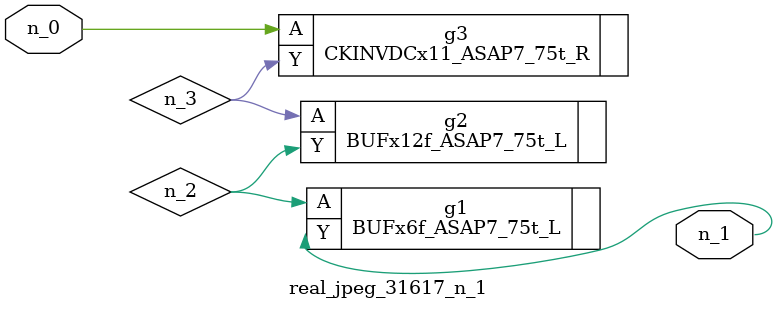
<source format=v>
module real_jpeg_31617_n_1 (n_0, n_1);

input n_0;

output n_1;

wire n_3;
wire n_2;

CKINVDCx11_ASAP7_75t_R g3 ( 
.A(n_0),
.Y(n_3)
);

BUFx6f_ASAP7_75t_L g1 ( 
.A(n_2),
.Y(n_1)
);

BUFx12f_ASAP7_75t_L g2 ( 
.A(n_3),
.Y(n_2)
);


endmodule
</source>
